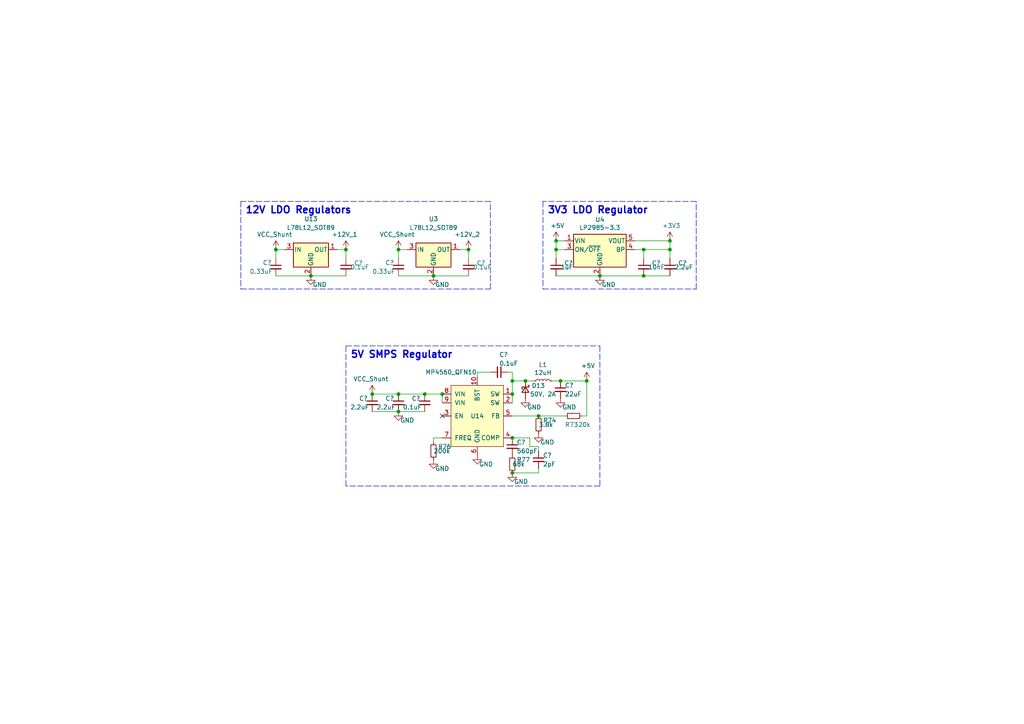
<source format=kicad_sch>
(kicad_sch (version 20250114) (generator "eeschema") (generator_version "9.0")
  (paper "A4")
  (lib_symbols
    (symbol "Device:C_Small" (pin_numbers (hide yes)) (pin_names (offset 0.254) (hide yes))
      (property "Reference" "C" (at 0.254 1.778 0))
      (property "Value" "C_Small" (at 0.254 -2.032 0))
      (symbol "C_Small_0_1"
        (polyline (pts (xy -1.524 0.508) (xy 1.524 0.508)) (stroke (width 0.3048)))
        (polyline (pts (xy -1.524 -0.508) (xy 1.524 -0.508)) (stroke (width 0.3302)))
      )
      (symbol "C_Small_1_1"
        (pin passive line (at 0 2.54 270) (length 2.032) (name "~") (number "1"))
        (pin passive line (at 0 -2.54 90) (length 2.032) (name "~") (number "2"))
      )
    )
    (symbol "Device:D_Schottky_Small" (pin_numbers (hide yes)) (pin_names (offset 0.254) (hide yes))
      (property "Reference" "D" (at -1.27 2.032 0))
      (property "Value" "D_Schottky_Small" (at -7.112 -2.032 0))
      (symbol "D_Schottky_Small_0_1"
        (polyline (pts (xy -1.27 0.762) (xy -1.27 1.016) (xy -0.762 1.016) (xy -0.762 -1.016) (xy -0.254 -1.016) (xy -0.254 -0.762)) (stroke (width 0.254)))
        (polyline (pts (xy -0.762 0) (xy 0.762 0)))
        (polyline (pts (xy 0.762 -1.016) (xy -0.762 0) (xy 0.762 1.016) (xy 0.762 -1.016)) (stroke (width 0.254)))
      )
      (symbol "D_Schottky_Small_1_1"
        (pin passive line (at -2.54 0 0) (length 1.778) (name "K") (number "1"))
        (pin passive line (at 2.54 0 180) (length 1.778) (name "A") (number "2"))
      )
    )
    (symbol "Device:L_Small" (pin_numbers (hide yes)) (pin_names (offset 0.254) (hide yes))
      (property "Reference" "L" (at 0.762 1.016 0))
      (property "Value" "L_Small" (at 0.762 -1.016 0))
      (symbol "L_Small_0_1"
        (arc (start 0 2.032) (mid 0.5058 1.524) (end 0 1.016))
        (arc (start 0 1.016) (mid 0.5058 0.508) (end 0 0))
        (arc (start 0 0) (mid 0.5058 -0.508) (end 0 -1.016))
        (arc (start 0 -1.016) (mid 0.5058 -1.524) (end 0 -2.032))
      )
      (symbol "L_Small_1_1"
        (pin passive line (at 0 2.54 270) (length 0.508) (name "~") (number "1"))
        (pin passive line (at 0 -2.54 90) (length 0.508) (name "~") (number "2"))
      )
    )
    (symbol "Device:R_Small" (pin_numbers (hide yes)) (pin_names (offset 0.254) (hide yes))
      (property "Reference" "R" (at 0 0 90))
      (property "Value" "R_Small" (at 1.778 0 90))
      (symbol "R_Small_0_1"
        (rectangle (start -0.762 1.778) (end 0.762 -1.778) (stroke (width 0.2032)))
      )
      (symbol "R_Small_1_1"
        (pin passive line (at 0 2.54 270) (length 0.762) (name "~") (number "1"))
        (pin passive line (at 0 -2.54 90) (length 0.762) (name "~") (number "2"))
      )
    )
    (symbol "Regulator_Linear:L78L12_SOT89" (pin_names (offset 0.254))
      (property "Reference" "U" (at -3.81 3.175 0))
      (property "Value" "L78L12_SOT89" (at -0.635 3.175 0))
      (symbol "L78L12_SOT89_0_1"
        (rectangle (start -5.08 1.905) (end 5.08 -5.08) (stroke (width 0.254)) (fill (type background)))
      )
      (symbol "L78L12_SOT89_1_1"
        (pin power_in line (at -7.62 0 0) (length 2.54) (name "IN") (number "3"))
        (pin power_in line (at 0 -7.62 90) (length 2.54) (name "GND") (number "2"))
        (pin power_out line (at 7.62 0 180) (length 2.54) (name "OUT") (number "1"))
      )
    )
    (symbol "Regulator_Linear:LP2985-3.3" (pin_names (offset 0.254))
      (property "Reference" "U" (at -6.35 5.715 0))
      (property "Value" "LP2985-3.3" (at 0 5.715 0))
      (symbol "LP2985-3.3_0_1"
        (rectangle (start -7.62 -5.08) (end 7.62 4.445) (stroke (width 0.254)) (fill (type background)))
      )
      (symbol "LP2985-3.3_1_1"
        (pin power_in line (at -10.16 2.54 0) (length 2.54) (name "VIN") (number "1"))
        (pin input line (at -10.16 0 0) (length 2.54) (name "ON/~{OFF}") (number "3"))
        (pin power_in line (at 0 -7.62 90) (length 2.54) (name "GND") (number "2"))
        (pin power_out line (at 10.16 2.54 180) (length 2.54) (name "VOUT") (number "5"))
        (pin input line (at 10.16 0 180) (length 2.54) (name "BP") (number "4"))
      )
    )
    (symbol "Regulator_Switching:MP4560_QFN10" (pin_names (offset 1.016))
      (property "Reference" "U" (at 0 15.24 0))
      (property "Value" "Regulator_Switching_MP4560_QFN10" (at 0 12.7 0))
      (symbol "MP4560_QFN10_1_1"
        (rectangle (start -7.62 8.89) (end 7.62 -8.89) (fill (type background)))
        (pin power_in line (at -10.16 6.35 0) (length 2.54) (name "VIN") (number "8"))
        (pin power_in line (at -10.16 3.81 0) (length 2.54) (name "VIN") (number "9"))
        (pin power_in line (at -10.16 0 0) (length 2.54) (name "EN") (number "3"))
        (pin input line (at -10.16 -6.35 0) (length 2.54) (name "FREQ") (number "7"))
        (pin power_out line (at 0 11.43 270) (length 2.54) (name "BST") (number "10"))
        (pin power_in line (at 0 -11.43 90) (length 2.54) (name "GND") (number "6"))
        (pin power_out line (at 10.16 6.35 180) (length 2.54) (name "SW") (number "1"))
        (pin power_out line (at 10.16 3.81 180) (length 2.54) (name "SW") (number "2"))
        (pin power_out line (at 10.16 0 180) (length 2.54) (name "FB") (number "5"))
        (pin input line (at 10.16 -6.35 180) (length 2.54) (name "COMP") (number "4"))
      )
    )
    (symbol "power:+12V_1" (power) (pin_names (offset 1.016))
      (property "Value" "power_+12V_1" (at 0 3.81 0))
      (symbol "+12V_1_1_1"
        (polyline (pts (xy -0.762 1.27) (xy 0 2.54)))
        (polyline (pts (xy 0 2.54) (xy 0.762 1.27)))
        (polyline (pts (xy 0 0) (xy 0 2.54)))
        (pin power_in line (at 0 0 90) (length 0) (hide yes) (name "+12V_1") (number "1"))
      )
    )
    (symbol "power:+12V_2" (power) (pin_names (offset 1.016))
      (property "Value" "power_+12V_2" (at 0 3.81 0))
      (symbol "+12V_2_1_1"
        (polyline (pts (xy -0.762 1.27) (xy 0 2.54)))
        (polyline (pts (xy 0 2.54) (xy 0.762 1.27)))
        (polyline (pts (xy 0 0) (xy 0 2.54)))
        (pin power_in line (at 0 0 90) (length 0) (hide yes) (name "+12V_2") (number "1"))
      )
    )
    (symbol "power:+3V3" (power) (pin_numbers (hide yes)) (pin_names (offset 0) (hide yes))
      (property "Value" "+3V3" (at 0 3.556 0))
      (symbol "+3V3_0_1"
        (polyline (pts (xy -0.762 1.27) (xy 0 2.54)))
        (polyline (pts (xy 0 2.54) (xy 0.762 1.27)))
        (polyline (pts (xy 0 0) (xy 0 2.54)))
      )
      (symbol "+3V3_1_1"
        (pin power_in line (at 0 0 90) (length 0) (name "~") (number "1"))
      )
    )
    (symbol "power:+5V" (power) (pin_numbers (hide yes)) (pin_names (offset 0) (hide yes))
      (property "Value" "+5V" (at 0 3.556 0))
      (symbol "+5V_0_1"
        (polyline (pts (xy -0.762 1.27) (xy 0 2.54)))
        (polyline (pts (xy 0 2.54) (xy 0.762 1.27)))
        (polyline (pts (xy 0 0) (xy 0 2.54)))
      )
      (symbol "+5V_1_1"
        (pin power_in line (at 0 0 90) (length 0) (name "~") (number "1"))
      )
    )
    (symbol "power:GND" (power) (pin_numbers (hide yes)) (pin_names (offset 0) (hide yes))
      (property "Value" "GND" (at 0 -3.81 0))
      (symbol "GND_0_1"
        (polyline (pts (xy 0 0) (xy 0 -1.27) (xy 1.27 -1.27) (xy 0 -2.54) (xy -1.27 -1.27) (xy 0 -1.27)))
      )
      (symbol "GND_1_1"
        (pin power_in line (at 0 0 270) (length 0) (name "~") (number "1"))
      )
    )
    (symbol "power:VCC_Shunt" (power) (pin_names (offset 1.016))
      (property "Value" "power_VCC_Shunt" (at 5.08 5.08 0))
      (symbol "VCC_Shunt_1_1"
        (polyline (pts (xy -0.762 1.27) (xy 0 2.54)))
        (polyline (pts (xy 0 2.54) (xy 0.762 1.27)))
        (polyline (pts (xy 0 0) (xy 0 2.54)))
        (pin power_in line (at 0 0 90) (length 0) (hide yes) (name "VCC_Shunt") (number "1"))
      )
    )
  )
  (text "12V LDO Regulators" (at 71.12 62.23 0) (effects (font (size 2.0066 2.0066) (thickness 0.4013) (bold yes)) (justify left bottom)))
  (text "3V3 LDO Regulator" (at 158.75 62.23 0) (effects (font (size 2.0066 2.0066) (thickness 0.4013) (bold yes)) (justify left bottom)))
  (text "5V SMPS Regulator" (at 101.6 104.14 0) (effects (font (size 2.0066 2.0066) (thickness 0.4013) (bold yes)) (justify left bottom)))
  (junction (at 194.31 72.39))
  (junction (at 156.21 120.65))
  (junction (at 186.69 80.01))
  (junction (at 148.59 110.49))
  (junction (at 115.57 72.39))
  (junction (at 125.73 80.01))
  (junction (at 100.33 72.39))
  (junction (at 148.59 127))
  (junction (at 170.18 110.49))
  (junction (at 161.29 72.39))
  (junction (at 115.57 114.3))
  (junction (at 80.01 72.39))
  (junction (at 148.59 114.3))
  (junction (at 162.56 110.49))
  (junction (at 152.4 110.49))
  (junction (at 161.29 69.85))
  (junction (at 123.19 114.3))
  (junction (at 135.89 72.39))
  (junction (at 128.27 114.3))
  (junction (at 173.99 80.01))
  (junction (at 194.31 69.85))
  (junction (at 115.57 119.38))
  (junction (at 90.17 80.01))
  (junction (at 148.59 137.16))
  (junction (at 186.69 72.39))
  (junction (at 107.95 114.3))
  (no_connect (at 128.27 120.65))
  (wire (pts (xy 184.15 69.85) (xy 194.31 69.85)))
  (wire (pts (xy 97.79 72.39) (xy 100.33 72.39)))
  (wire (pts (xy 100.33 72.39) (xy 100.33 74.93)))
  (wire (pts (xy 161.29 74.93) (xy 161.29 72.39)))
  (wire (pts (xy 115.57 74.93) (xy 115.57 72.39)))
  (wire (pts (xy 107.95 119.38) (xy 115.57 119.38)))
  (polyline (pts (xy 201.93 83.82) (xy 201.93 58.42)) (stroke (width 0) (type dash)))
  (wire (pts (xy 161.29 69.85) (xy 161.29 72.39)))
  (wire (pts (xy 160.02 110.49) (xy 162.56 110.49)))
  (polyline (pts (xy 100.33 100.33) (xy 173.99 100.33)) (stroke (width 0) (type dash)))
  (wire (pts (xy 135.89 72.39) (xy 135.89 74.93)))
  (wire (pts (xy 90.17 80.01) (xy 100.33 80.01)))
  (wire (pts (xy 162.56 110.49) (xy 170.18 110.49)))
  (wire (pts (xy 194.31 74.93) (xy 194.31 72.39)))
  (wire (pts (xy 148.59 107.95) (xy 148.59 110.49)))
  (polyline (pts (xy 142.24 58.42) (xy 69.85 58.42)) (stroke (width 0) (type dash)))
  (wire (pts (xy 148.59 110.49) (xy 152.4 110.49)))
  (wire (pts (xy 161.29 80.01) (xy 173.99 80.01)))
  (wire (pts (xy 156.21 137.16) (xy 148.59 137.16)))
  (wire (pts (xy 115.57 114.3) (xy 123.19 114.3)))
  (wire (pts (xy 194.31 72.39) (xy 186.69 72.39)))
  (wire (pts (xy 125.73 80.01) (xy 135.89 80.01)))
  (wire (pts (xy 80.01 72.39) (xy 82.55 72.39)))
  (wire (pts (xy 148.59 110.49) (xy 148.59 114.3)))
  (wire (pts (xy 168.91 120.65) (xy 170.18 120.65)))
  (polyline (pts (xy 100.33 140.97) (xy 100.33 100.33)) (stroke (width 0) (type dash)))
  (wire (pts (xy 156.21 135.89) (xy 156.21 137.16)))
  (wire (pts (xy 107.95 114.3) (xy 115.57 114.3)))
  (wire (pts (xy 154.94 110.49) (xy 152.4 110.49)))
  (wire (pts (xy 156.21 129.54) (xy 156.21 130.81)))
  (polyline (pts (xy 173.99 140.97) (xy 100.33 140.97)) (stroke (width 0) (type dash)))
  (polyline (pts (xy 157.48 58.42) (xy 157.48 83.82)) (stroke (width 0) (type dash)))
  (wire (pts (xy 80.01 80.01) (xy 90.17 80.01)))
  (wire (pts (xy 170.18 120.65) (xy 170.18 110.49)))
  (wire (pts (xy 186.69 74.93) (xy 186.69 72.39)))
  (wire (pts (xy 153.67 129.54) (xy 156.21 129.54)))
  (wire (pts (xy 133.35 72.39) (xy 135.89 72.39)))
  (wire (pts (xy 123.19 114.3) (xy 128.27 114.3)))
  (wire (pts (xy 148.59 116.84) (xy 148.59 114.3)))
  (wire (pts (xy 138.43 107.95) (xy 142.24 107.95)))
  (polyline (pts (xy 157.48 83.82) (xy 201.93 83.82)) (stroke (width 0) (type dash)))
  (wire (pts (xy 147.32 107.95) (xy 148.59 107.95)))
  (wire (pts (xy 125.73 127) (xy 128.27 127)))
  (polyline (pts (xy 69.85 83.82) (xy 142.24 83.82)) (stroke (width 0) (type dash)))
  (wire (pts (xy 128.27 114.3) (xy 128.27 116.84)))
  (wire (pts (xy 161.29 72.39) (xy 163.83 72.39)))
  (polyline (pts (xy 142.24 83.82) (xy 142.24 58.42)) (stroke (width 0) (type dash)))
  (wire (pts (xy 186.69 72.39) (xy 184.15 72.39)))
  (wire (pts (xy 138.43 109.22) (xy 138.43 107.95)))
  (wire (pts (xy 115.57 72.39) (xy 118.11 72.39)))
  (wire (pts (xy 153.67 127) (xy 153.67 129.54)))
  (wire (pts (xy 194.31 69.85) (xy 194.31 72.39)))
  (wire (pts (xy 161.29 69.85) (xy 163.83 69.85)))
  (wire (pts (xy 80.01 74.93) (xy 80.01 72.39)))
  (wire (pts (xy 115.57 80.01) (xy 125.73 80.01)))
  (wire (pts (xy 115.57 119.38) (xy 123.19 119.38)))
  (wire (pts (xy 173.99 80.01) (xy 186.69 80.01)))
  (wire (pts (xy 186.69 80.01) (xy 194.31 80.01)))
  (wire (pts (xy 125.73 128.27) (xy 125.73 127)))
  (wire (pts (xy 148.59 127) (xy 153.67 127)))
  (wire (pts (xy 148.59 120.65) (xy 156.21 120.65)))
  (polyline (pts (xy 69.85 58.42) (xy 69.85 83.82)) (stroke (width 0) (type dash)))
  (polyline (pts (xy 173.99 100.33) (xy 173.99 140.97)) (stroke (width 0) (type dash)))
  (polyline (pts (xy 201.93 58.42) (xy 157.48 58.42)) (stroke (width 0) (type dash)))
  (wire (pts (xy 156.21 120.65) (xy 163.83 120.65)))
  (symbol (lib_id "Regulator_Linear:LP2985-3.3") (at 173.99 72.39 0) (unit 1)
    (property "Reference" "U4" (at 173.99 63.7032 0))
    (property "Value" "LP2985-3.3" (at 173.99 66.0146 0))
    (property "Footprint" "Package_TO_SOT_SMD:SOT-23-5" (effects (hide yes)))
    (property "Datasheet" "http://www.ti.com/lit/ds/symlink/lp2985.pdf" (effects (hide yes)))
  )
  (symbol (lib_id "Device:C_Small") (at 161.29 77.47 0) (unit 1)
    (property "Reference" "C22" (at 163.6268 76.3016 0) (effects (justify left)))
    (property "Value" "1uF" (at 162.56 77.47 0) (effects (justify left)))
    (property "Footprint" "Capacitor_SMD:C_0402_1005Metric" (effects (hide yes)))
    (instances (project "" (path "" (reference "C?") (unit 1)) (path "" (reference "C22") (unit 1))))
  )
  (symbol (lib_id "Device:C_Small") (at 186.69 77.47 0) (unit 1)
    (property "Reference" "C23" (at 189.0268 76.3016 0) (effects (justify left)))
    (property "Value" "10nF" (at 187.96 77.47 0) (effects (justify left)))
    (property "Footprint" "Capacitor_SMD:C_0402_1005Metric" (effects (hide yes)))
    (instances (project "" (path "" (reference "C?") (unit 1)) (path "" (reference "C23") (unit 1))))
  )
  (symbol (lib_id "Device:C_Small") (at 194.31 77.47 0) (unit 1)
    (property "Reference" "C24" (at 196.6468 76.3016 0) (effects (justify left)))
    (property "Value" "2.2uF" (at 195.58 77.47 0) (effects (justify left)))
    (property "Footprint" "Capacitor_SMD:C_0603_1608Metric" (effects (hide yes)))
    (instances (project "" (path "" (reference "C?") (unit 1)) (path "" (reference "C24") (unit 1))))
  )
  (symbol (lib_id "power:GND") (at 173.99 80.01 0) (unit 1)
    (property "Reference" "#PWR0122" (effects (hide yes)))
    (property "Value" "GND" (at 176.53 82.55 0))
    (instances (project "" (path "" (reference "#PWR?") (unit 1)) (path "" (reference "#PWR0122") (unit 1))))
  )
  (symbol (lib_id "power:+3V3") (at 194.31 69.85 0) (unit 1)
    (property "Reference" "#PWR0123" (effects (hide yes)))
    (property "Value" "+3V3" (at 194.691 65.4558 0))
  )
  (symbol (lib_id "Device:C_Small") (at 115.57 77.47 0) (unit 1)
    (property "Reference" "C4" (at 111.76 76.2 0) (effects (justify left)))
    (property "Value" "0.33uF" (at 107.95 78.74 0) (effects (justify left)))
    (property "Footprint" "Capacitor_SMD:C_0603_1608Metric" (effects (hide yes)))
    (property "Notes" "VCC Rated" (effects (hide yes)))
    (instances (project "" (path "" (reference "C?") (unit 1)) (path "" (reference "C4") (unit 1))))
  )
  (symbol (lib_id "Device:C_Small") (at 135.89 77.47 0) (unit 1)
    (property "Reference" "C5" (at 138.2268 76.3016 0) (effects (justify left)))
    (property "Value" "0.1uF" (at 137.16 77.47 0) (effects (justify left)))
    (property "Footprint" "Capacitor_SMD:C_0603_1608Metric" (effects (hide yes)))
    (property "Notes" "12V Rated" (effects (hide yes)))
    (instances (project "" (path "" (reference "C?") (unit 1)) (path "" (reference "C5") (unit 1))))
  )
  (symbol (lib_id "power:GND") (at 125.73 80.01 0) (unit 1)
    (property "Reference" "#PWR0103" (effects (hide yes)))
    (property "Value" "GND" (at 128.27 82.55 0))
    (instances (project "" (path "" (reference "#PWR?") (unit 1)) (path "" (reference "#PWR0103") (unit 1))))
  )
  (symbol (lib_id "power:VCC_Shunt") (at 115.57 72.39 0) (unit 1)
    (property "Reference" "#PWR0128" (effects (hide yes)))
    (property "Value" "VCC_Shunt" (at 115.189 67.9958 0))
  )
  (symbol (lib_id "Regulator_Linear:L78L12_SOT89") (at 125.73 72.39 0) (unit 1)
    (property "Reference" "U3" (at 125.73 63.5 0))
    (property "Value" "L78L12_SOT89" (at 125.73 66.04 0))
    (property "Footprint" "Footprints:L78L12ACUTR" (effects (hide yes)))
    (property "Datasheet" "http://www.st.com/content/ccc/resource/technical/document/datasheet/15/55/e5/aa/23/5b/43/fd/CD00000446.pdf/files/CD00000446.pdf/jcr:content/translations/en.CD00000446.pdf" (effects (hide yes)))
  )
  (symbol (lib_id "Device:C_Small") (at 80.01 77.47 0) (unit 1)
    (property "Reference" "C68" (at 76.2 76.2 0) (effects (justify left)))
    (property "Value" "0.33uF" (at 72.39 78.74 0) (effects (justify left)))
    (property "Footprint" "Capacitor_SMD:C_0603_1608Metric" (effects (hide yes)))
    (property "Notes" "VCC Rated" (effects (hide yes)))
    (instances (project "" (path "" (reference "C?") (unit 1)) (path "" (reference "C68") (unit 1))))
  )
  (symbol (lib_id "Device:C_Small") (at 100.33 77.47 0) (unit 1)
    (property "Reference" "C69" (at 102.6668 76.3016 0) (effects (justify left)))
    (property "Value" "0.1uF" (at 101.6 77.47 0) (effects (justify left)))
    (property "Footprint" "Capacitor_SMD:C_0603_1608Metric" (effects (hide yes)))
    (property "Notes" "12V Rated" (effects (hide yes)))
    (instances (project "" (path "" (reference "C?") (unit 1)) (path "" (reference "C69") (unit 1))))
  )
  (symbol (lib_id "power:GND") (at 90.17 80.01 0) (unit 1)
    (property "Reference" "#PWR0101" (effects (hide yes)))
    (property "Value" "GND" (at 92.71 82.55 0))
    (instances (project "" (path "" (reference "#PWR?") (unit 1)) (path "" (reference "#PWR0101") (unit 1))))
  )
  (symbol (lib_id "power:VCC_Shunt") (at 80.01 72.39 0) (unit 1)
    (property "Reference" "#PWR0134" (effects (hide yes)))
    (property "Value" "VCC_Shunt" (at 79.629 67.9958 0))
  )
  (symbol (lib_id "Regulator_Linear:L78L12_SOT89") (at 90.17 72.39 0) (unit 1)
    (property "Reference" "U13" (at 90.17 63.5 0))
    (property "Value" "L78L12_SOT89" (at 90.17 66.04 0))
    (property "Footprint" "Footprints:L78L12ACUTR" (effects (hide yes)))
    (property "Datasheet" "http://www.st.com/content/ccc/resource/technical/document/datasheet/15/55/e5/aa/23/5b/43/fd/CD00000446.pdf/files/CD00000446.pdf/jcr:content/translations/en.CD00000446.pdf" (effects (hide yes)))
  )
  (symbol (lib_id "Device:C_Small") (at 123.19 116.84 0) (unit 1)
    (property "Reference" "C74" (at 119.38 115.57 0) (effects (justify left)))
    (property "Value" "0.1uF" (at 116.84 118.11 0) (effects (justify left)))
    (property "Footprint" "Capacitor_SMD:C_0402_1005Metric" (effects (hide yes)))
    (instances (project "" (path "" (reference "C?") (unit 1)) (path "" (reference "C74") (unit 1))))
  )
  (symbol (lib_id "Device:C_Small") (at 115.57 116.84 0) (unit 1)
    (property "Reference" "C73" (at 111.76 115.57 0) (effects (justify left)))
    (property "Value" "2.2uF" (at 109.22 118.11 0) (effects (justify left)))
    (property "Footprint" "Capacitor_SMD:C_0603_1608Metric" (effects (hide yes)))
    (instances (project "" (path "" (reference "C?") (unit 1)) (path "" (reference "C73") (unit 1))))
  )
  (symbol (lib_id "Device:C_Small") (at 107.95 116.84 0) (unit 1)
    (property "Reference" "C72" (at 104.14 115.57 0) (effects (justify left)))
    (property "Value" "2.2uF" (at 101.6 118.11 0) (effects (justify left)))
    (property "Footprint" "Capacitor_SMD:C_0603_1608Metric" (effects (hide yes)))
    (instances (project "" (path "" (reference "C?") (unit 1)) (path "" (reference "C72") (unit 1))))
  )
  (symbol (lib_id "power:VCC_Shunt") (at 107.95 114.3 0) (unit 1)
    (property "Reference" "#PWR0135" (effects (hide yes)))
    (property "Value" "VCC_Shunt" (at 107.569 109.9058 0))
  )
  (symbol (lib_id "power:GND") (at 115.57 119.38 0) (unit 1)
    (property "Reference" "#PWR0176" (effects (hide yes)))
    (property "Value" "GND" (at 118.11 121.92 0))
    (instances (project "" (path "" (reference "#PWR?") (unit 1)) (path "" (reference "#PWR0176") (unit 1))))
  )
  (symbol (lib_id "Device:R_Small") (at 125.73 130.81 0) (unit 1)
    (property "Reference" "R76" (at 127 129.54 0) (effects (justify left)))
    (property "Value" "200k" (at 125.73 130.81 0) (effects (justify left)))
    (property "Footprint" "Resistor_SMD:R_0402_1005Metric" (effects (hide yes)))
  )
  (symbol (lib_id "power:GND") (at 125.73 133.35 0) (unit 1)
    (property "Reference" "#PWR0203" (effects (hide yes)))
    (property "Value" "GND" (at 128.27 135.89 0))
    (instances (project "" (path "" (reference "#PWR?") (unit 1)) (path "" (reference "#PWR0203") (unit 1))))
  )
  (symbol (lib_id "power:GND") (at 138.43 132.08 0) (unit 1)
    (property "Reference" "#PWR0204" (effects (hide yes)))
    (property "Value" "GND" (at 140.97 134.62 0))
    (instances (project "" (path "" (reference "#PWR?") (unit 1)) (path "" (reference "#PWR0204") (unit 1))))
  )
  (symbol (lib_id "Device:C_Small") (at 148.59 129.54 0) (unit 1)
    (property "Reference" "C75" (at 149.86 128.27 0) (effects (justify left)))
    (property "Value" "560pF" (at 149.86 130.81 0) (effects (justify left)))
    (property "Footprint" "Capacitor_SMD:C_0402_1005Metric" (effects (hide yes)))
    (instances (project "" (path "" (reference "C?") (unit 1)) (path "" (reference "C75") (unit 1))))
  )
  (symbol (lib_id "Device:R_Small") (at 148.59 134.62 0) (unit 1)
    (property "Reference" "R77" (at 149.86 133.35 0) (effects (justify left)))
    (property "Value" "68k" (at 148.59 134.62 0) (effects (justify left)))
    (property "Footprint" "Resistor_SMD:R_0402_1005Metric" (effects (hide yes)))
  )
  (symbol (lib_id "Device:C_Small") (at 156.21 133.35 0) (unit 1)
    (property "Reference" "C76" (at 157.48 132.08 0) (effects (justify left)))
    (property "Value" "2pF" (at 157.48 134.62 0) (effects (justify left)))
    (property "Footprint" "Capacitor_SMD:C_0402_1005Metric" (effects (hide yes)))
    (instances (project "" (path "" (reference "C?") (unit 1)) (path "" (reference "C76") (unit 1))))
  )
  (symbol (lib_id "power:GND") (at 148.59 137.16 0) (unit 1)
    (property "Reference" "#PWR0234" (effects (hide yes)))
    (property "Value" "GND" (at 151.13 139.7 0))
    (instances (project "" (path "" (reference "#PWR?") (unit 1)) (path "" (reference "#PWR0234") (unit 1))))
  )
  (symbol (lib_id "Device:C_Small") (at 144.78 107.95 270) (unit 1)
    (property "Reference" "C70" (at 144.78 102.87 90) (effects (justify left)))
    (property "Value" "0.1uF" (at 144.78 105.41 90) (effects (justify left)))
    (property "Footprint" "Capacitor_SMD:C_0402_1005Metric" (effects (hide yes)))
    (instances (project "" (path "" (reference "C?") (unit 1)) (path "" (reference "C70") (unit 1))))
  )
  (symbol (lib_id "Device:D_Schottky_Small") (at 152.4 113.03 270) (unit 1)
    (property "Reference" "D13" (at 154.178 111.8616 90) (effects (justify left)))
    (property "Value" "50V, 2A" (at 153.67 114.3 90) (effects (justify left)))
    (property "Footprint" "Diode_SMD:D_SOD-123F" (effects (hide yes)))
  )
  (symbol (lib_id "power:GND") (at 152.4 115.57 0) (unit 1)
    (property "Reference" "#PWR0235" (effects (hide yes)))
    (property "Value" "GND" (at 154.94 118.11 0))
    (instances (project "" (path "" (reference "#PWR?") (unit 1)) (path "" (reference "#PWR0235") (unit 1))))
  )
  (symbol (lib_id "Device:L_Small") (at 157.48 110.49 90) (unit 1)
    (property "Reference" "L1" (at 157.48 105.791 90))
    (property "Value" "12uH" (at 157.48 108.1024 90))
    (property "Footprint" "Inductor_SMD:L_XGL4030" (effects (hide yes)))
  )
  (symbol (lib_id "Device:C_Small") (at 162.56 113.03 0) (unit 1)
    (property "Reference" "C71" (at 163.83 111.76 0) (effects (justify left)))
    (property "Value" "22uF" (at 163.83 114.3 0) (effects (justify left)))
    (property "Footprint" "Capacitor_SMD:C_0603_1608Metric" (effects (hide yes)))
    (instances (project "" (path "" (reference "C?") (unit 1)) (path "" (reference "C71") (unit 1))))
  )
  (symbol (lib_id "power:GND") (at 162.56 115.57 0) (unit 1)
    (property "Reference" "#PWR0236" (effects (hide yes)))
    (property "Value" "GND" (at 165.1 118.11 0))
    (instances (project "" (path "" (reference "#PWR?") (unit 1)) (path "" (reference "#PWR0236") (unit 1))))
  )
  (symbol (lib_id "power:+5V") (at 170.18 110.49 0) (unit 1)
    (property "Reference" "#PWR0237" (effects (hide yes)))
    (property "Value" "+5V" (at 170.561 106.0958 0))
  )
  (symbol (lib_id "Device:R_Small") (at 166.37 120.65 270) (unit 1)
    (property "Reference" "R73" (at 163.83 123.19 90) (effects (justify left)))
    (property "Value" "20k" (at 167.64 123.19 90) (effects (justify left)))
    (property "Footprint" "Resistor_SMD:R_0402_1005Metric" (effects (hide yes)))
  )
  (symbol (lib_id "Device:R_Small") (at 156.21 123.19 0) (unit 1)
    (property "Reference" "R74" (at 157.48 121.92 0) (effects (justify left)))
    (property "Value" "3.8k" (at 156.21 123.19 0) (effects (justify left)))
    (property "Footprint" "Resistor_SMD:R_0402_1005Metric" (effects (hide yes)))
  )
  (symbol (lib_id "power:GND") (at 156.21 125.73 0) (unit 1)
    (property "Reference" "#PWR0238" (effects (hide yes)))
    (property "Value" "GND" (at 158.75 128.27 0))
    (instances (project "" (path "" (reference "#PWR?") (unit 1)) (path "" (reference "#PWR0238") (unit 1))))
  )
  (symbol (lib_id "power:+5V") (at 161.29 69.85 0) (unit 1)
    (property "Reference" "#PWR0129" (effects (hide yes)))
    (property "Value" "+5V" (at 161.671 65.4558 0))
  )
  (symbol (lib_id "Regulator_Switching:MP4560_QFN10") (at 138.43 120.65 0) (unit 1)
    (property "Reference" "U14" (at 138.43 120.65 0))
    (property "Value" "MP4560_QFN10" (at 130.81 107.95 0))
    (property "Footprint" "Package_DFN_QFN:DFN-10-1EP_3x3mm_P0.5mm_EP1.7x2.5mm" (effects (hide yes)))
  )
  (symbol (lib_id "power:+12V_1") (at 100.33 72.39 0) (unit 1)
    (property "Reference" "#PWR0102" (effects (hide yes)))
    (property "Value" "+12V_1" (at 99.949 67.9958 0))
  )
  (symbol (lib_id "power:+12V_2") (at 135.89 72.39 0) (unit 1)
    (property "Reference" "#PWR0105" (effects (hide yes)))
    (property "Value" "+12V_2" (at 135.509 67.9958 0))
  )
)
</source>
